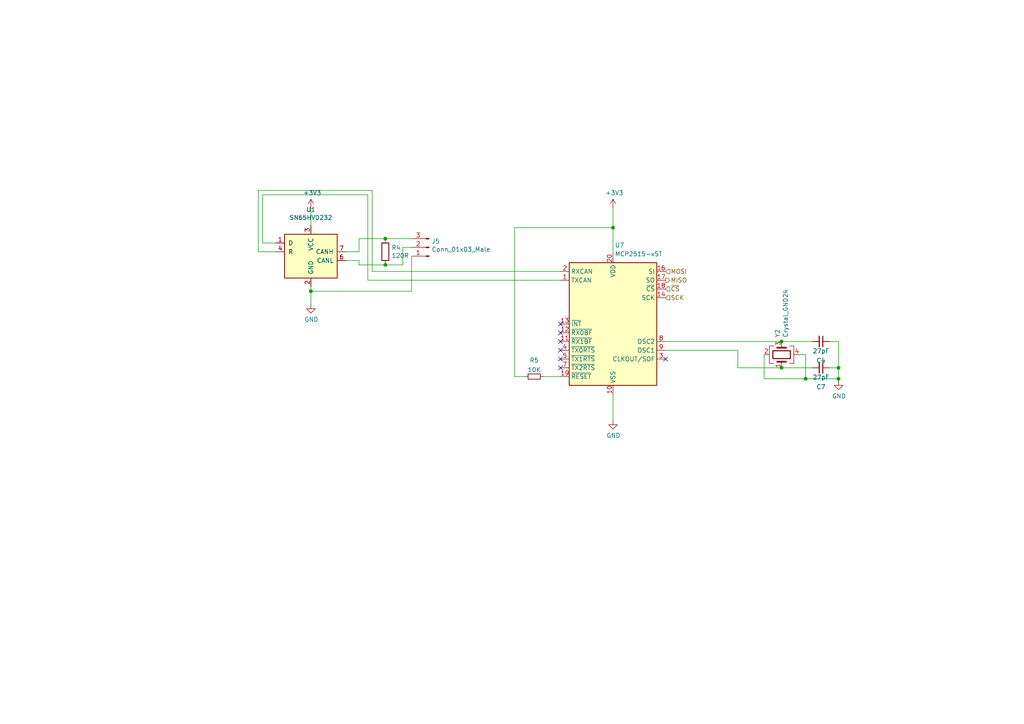
<source format=kicad_sch>
(kicad_sch (version 20211123) (generator eeschema)
  (paper "A4")
  (lib_symbols
    (symbol "Connector:Conn_01x03_Male" (pin_names (offset 1.016) hide)
      (property "Reference" "J" (at 0 5.08 0))
      (property "Value" "Conn_01x03_Male" (at 0 -5.08 0))
      (symbol "Conn_01x03_Male_1_1"
        (polyline (pts (xy 1.27 -2.54) (xy 0.8636 -2.54)) (stroke (width 0.1524)))
        (polyline (pts (xy 1.27 0) (xy 0.8636 0)) (stroke (width 0.1524)))
        (polyline (pts (xy 1.27 2.54) (xy 0.8636 2.54)) (stroke (width 0.1524)))
        (rectangle (start 0.8636 -2.413) (end 0 -2.667) (stroke (width 0.1524)) (fill (type outline)))
        (rectangle (start 0.8636 0.127) (end 0 -0.127) (stroke (width 0.1524)) (fill (type outline)))
        (rectangle (start 0.8636 2.667) (end 0 2.413) (stroke (width 0.1524)) (fill (type outline)))
        (pin passive line (at 5.08 2.54 180) (length 3.81) (name "Pin_1") (number "1"))
        (pin passive line (at 5.08 0 180) (length 3.81) (name "Pin_2") (number "2"))
        (pin passive line (at 5.08 -2.54 180) (length 3.81) (name "Pin_3") (number "3"))
      )
    )
    (symbol "Device:C_Small" (pin_numbers hide) (pin_names (offset 0.254) hide)
      (property "Reference" "C" (at 0.254 1.778 0))
      (property "Value" "C_Small" (at 0.254 -2.032 0))
      (symbol "C_Small_0_1"
        (polyline (pts (xy -1.524 -0.508) (xy 1.524 -0.508)) (stroke (width 0.3302)))
        (polyline (pts (xy -1.524 0.508) (xy 1.524 0.508)) (stroke (width 0.3048)))
      )
      (symbol "C_Small_1_1"
        (pin passive line (at 0 2.54 270) (length 2.032) (name "~") (number "1"))
        (pin passive line (at 0 -2.54 90) (length 2.032) (name "~") (number "2"))
      )
    )
    (symbol "Device:Crystal_GND24" (pin_names (offset 1.016) hide)
      (property "Reference" "Y" (at 3.175 5.08 0))
      (property "Value" "Crystal_GND24" (at 3.175 3.175 0))
      (symbol "Crystal_GND24_0_1"
        (rectangle (start -1.143 2.54) (end 1.143 -2.54) (stroke (width 0.3048)))
        (polyline (pts (xy -2.54 0) (xy -2.032 0)))
        (polyline (pts (xy -2.032 -1.27) (xy -2.032 1.27)) (stroke (width 0.508)))
        (polyline (pts (xy 0 -3.81) (xy 0 -3.556)))
        (polyline (pts (xy 0 3.556) (xy 0 3.81)))
        (polyline (pts (xy 2.032 -1.27) (xy 2.032 1.27)) (stroke (width 0.508)))
        (polyline (pts (xy 2.032 0) (xy 2.54 0)))
        (polyline (pts (xy -2.54 -2.286) (xy -2.54 -3.556) (xy 2.54 -3.556) (xy 2.54 -2.286)))
        (polyline (pts (xy -2.54 2.286) (xy -2.54 3.556) (xy 2.54 3.556) (xy 2.54 2.286)))
      )
      (symbol "Crystal_GND24_1_1"
        (pin passive line (at -3.81 0 0) (length 1.27) (name "1") (number "1"))
        (pin passive line (at 0 5.08 270) (length 1.27) (name "2") (number "2"))
        (pin passive line (at 3.81 0 180) (length 1.27) (name "3") (number "3"))
        (pin passive line (at 0 -5.08 90) (length 1.27) (name "4") (number "4"))
      )
    )
    (symbol "Device:R" (pin_numbers hide) (pin_names (offset 0))
      (property "Reference" "R" (at 2.032 0 90))
      (property "Value" "R" (at 0 0 90))
      (symbol "R_0_1"
        (rectangle (start -1.016 -2.54) (end 1.016 2.54) (stroke (width 0.254)))
      )
      (symbol "R_1_1"
        (pin passive line (at 0 3.81 270) (length 1.27) (name "~") (number "1"))
        (pin passive line (at 0 -3.81 90) (length 1.27) (name "~") (number "2"))
      )
    )
    (symbol "Device:R_Small" (pin_numbers hide) (pin_names (offset 0.254) hide)
      (property "Reference" "R" (at 0.762 0.508 0))
      (property "Value" "R_Small" (at 0.762 -1.016 0))
      (symbol "R_Small_0_1"
        (rectangle (start -0.762 1.778) (end 0.762 -1.778) (stroke (width 0.2032)))
      )
      (symbol "R_Small_1_1"
        (pin passive line (at 0 2.54 270) (length 0.762) (name "~") (number "1"))
        (pin passive line (at 0 -2.54 90) (length 0.762) (name "~") (number "2"))
      )
    )
    (symbol "Interface_CAN_LIN:MCP2515-xST"
      (property "Reference" "U" (at -10.16 19.685 0))
      (property "Value" "MCP2515-xST" (at 19.05 20.32 0))
      (symbol "MCP2515-xST_0_1"
        (rectangle (start -12.7 17.78) (end 12.7 -17.78) (stroke (width 0.254)) (fill (type background)))
      )
      (symbol "MCP2515-xST_1_1"
        (pin output line (at 15.24 12.7 180) (length 2.54) (name "TXCAN") (number "1"))
        (pin power_in line (at 0 -20.32 90) (length 2.54) (name "VSS") (number "10"))
        (pin output line (at 15.24 -5.08 180) (length 2.54) (name "~{RX1BF}") (number "11"))
        (pin output line (at 15.24 -2.54 180) (length 2.54) (name "~{RX0BF}") (number "12"))
        (pin output line (at 15.24 0 180) (length 2.54) (name "~{INT}") (number "13"))
        (pin input line (at -15.24 7.62 0) (length 2.54) (name "SCK") (number "14"))
        (pin no_connect line (at -12.7 -2.54 0) (length 2.54) hide (name "NC") (number "15"))
        (pin input line (at -15.24 15.24 0) (length 2.54) (name "SI") (number "16"))
        (pin output line (at -15.24 12.7 0) (length 2.54) (name "SO") (number "17"))
        (pin input line (at -15.24 10.16 0) (length 2.54) (name "~{CS}") (number "18"))
        (pin input line (at 15.24 -15.24 180) (length 2.54) (name "~{RESET}") (number "19"))
        (pin input line (at 15.24 15.24 180) (length 2.54) (name "RXCAN") (number "2"))
        (pin power_in line (at 0 20.32 270) (length 2.54) (name "VDD") (number "20"))
        (pin output line (at -15.24 -10.16 0) (length 2.54) (name "CLKOUT/SOF") (number "3"))
        (pin input line (at 15.24 -7.62 180) (length 2.54) (name "~{TX0RTS}") (number "4"))
        (pin input line (at 15.24 -10.16 180) (length 2.54) (name "~{TX1RTS}") (number "5"))
        (pin no_connect line (at -12.7 0 0) (length 2.54) hide (name "NC") (number "6"))
        (pin input line (at 15.24 -12.7 180) (length 2.54) (name "~{TX2RTS}") (number "7"))
        (pin output line (at -15.24 -5.08 0) (length 2.54) (name "OSC2") (number "8"))
        (pin input line (at -15.24 -7.62 0) (length 2.54) (name "OSC1") (number "9"))
      )
    )
    (symbol "Interface_CAN_LIN:SN65HVD232" (pin_names (offset 1.016))
      (property "Reference" "U" (at -2.54 10.16 0))
      (property "Value" "SN65HVD232" (at -2.54 7.62 0))
      (symbol "SN65HVD232_0_1"
        (rectangle (start -7.62 5.08) (end 7.62 -7.62) (stroke (width 0.254)) (fill (type background)))
      )
      (symbol "SN65HVD232_1_1"
        (pin input line (at -10.16 2.54 0) (length 2.54) (name "D") (number "1"))
        (pin power_in line (at 0 -10.16 90) (length 2.54) (name "GND") (number "2"))
        (pin power_in line (at 0 7.62 270) (length 2.54) (name "VCC") (number "3"))
        (pin output line (at -10.16 0 0) (length 2.54) (name "R") (number "4"))
        (pin no_connect line (at -10.16 -2.54 0) (length 2.54) hide (name "NC") (number "5"))
        (pin bidirectional line (at 10.16 -2.54 180) (length 2.54) (name "CANL") (number "6"))
        (pin bidirectional line (at 10.16 0 180) (length 2.54) (name "CANH") (number "7"))
        (pin no_connect line (at -10.16 -5.08 0) (length 2.54) hide (name "NC") (number "8"))
      )
    )
    (symbol "power:+3.3V" (power) (pin_names (offset 0))
      (property "Value" "+3.3V" (at 0 3.556 0))
      (symbol "+3.3V_0_1"
        (polyline (pts (xy -0.762 1.27) (xy 0 2.54)))
        (polyline (pts (xy 0 0) (xy 0 2.54)))
        (polyline (pts (xy 0 2.54) (xy 0.762 1.27)))
      )
      (symbol "+3.3V_1_1"
        (pin power_in line (at 0 0 90) (length 0) hide (name "+3V3") (number "1"))
      )
    )
    (symbol "power:GND" (power) (pin_names (offset 0))
      (property "Value" "GND" (at 0 -3.81 0))
      (symbol "GND_0_1"
        (polyline (pts (xy 0 0) (xy 0 -1.27) (xy 1.27 -1.27) (xy 0 -2.54) (xy -1.27 -1.27) (xy 0 -1.27)))
      )
      (symbol "GND_1_1"
        (pin power_in line (at 0 0 270) (length 0) hide (name "GND") (number "1"))
      )
    )
  )
  (junction (at 90.17 84.455))
  (junction (at 111.76 76.835))
  (junction (at 111.76 69.215))
  (junction (at 233.68 109.855))
  (junction (at 226.695 99.06))
  (junction (at 177.8 66.04))
  (junction (at 243.205 106.68))
  (junction (at 243.205 109.855))
  (junction (at 226.695 106.68))
  (no_connect (at 162.56 96.52))
  (no_connect (at 162.56 99.06))
  (no_connect (at 162.56 101.6))
  (no_connect (at 162.56 104.14))
  (no_connect (at 162.56 106.68))
  (no_connect (at 162.56 93.98))
  (no_connect (at 193.04 104.14))
  (wire (pts (xy 106.68 81.28) (xy 162.56 81.28)))
  (wire (pts (xy 90.17 60.325) (xy 90.17 65.405)))
  (wire (pts (xy 100.33 75.565) (xy 104.14 75.565)))
  (wire (pts (xy 104.14 75.565) (xy 104.14 76.835)))
  (wire (pts (xy 243.205 99.06) (xy 240.665 99.06)))
  (wire (pts (xy 119.38 74.295) (xy 119.38 84.455)))
  (wire (pts (xy 90.17 84.455) (xy 90.17 88.265)))
  (wire (pts (xy 74.93 55.245) (xy 107.95 55.245)))
  (wire (pts (xy 111.76 76.835) (xy 116.84 76.835)))
  (wire (pts (xy 213.995 106.68) (xy 226.695 106.68)))
  (wire (pts (xy 233.68 109.855) (xy 243.205 109.855)))
  (wire (pts (xy 104.14 73.025) (xy 104.14 69.215)))
  (wire (pts (xy 119.38 84.455) (xy 90.17 84.455)))
  (wire (pts (xy 76.2 56.515) (xy 76.2 70.485)))
  (wire (pts (xy 104.14 69.215) (xy 111.76 69.215)))
  (wire (pts (xy 149.225 66.04) (xy 177.8 66.04)))
  (wire (pts (xy 74.93 73.025) (xy 74.93 55.245)))
  (wire (pts (xy 226.695 99.06) (xy 235.585 99.06)))
  (wire (pts (xy 243.205 106.68) (xy 243.205 109.855)))
  (wire (pts (xy 243.205 106.68) (xy 243.205 99.06)))
  (wire (pts (xy 106.68 56.515) (xy 76.2 56.515)))
  (wire (pts (xy 116.84 71.755) (xy 116.84 76.835)))
  (wire (pts (xy 80.01 73.025) (xy 74.93 73.025)))
  (wire (pts (xy 221.615 109.855) (xy 233.68 109.855)))
  (wire (pts (xy 240.665 106.68) (xy 243.205 106.68)))
  (wire (pts (xy 100.33 73.025) (xy 104.14 73.025)))
  (wire (pts (xy 104.14 76.835) (xy 111.76 76.835)))
  (wire (pts (xy 107.95 78.74) (xy 162.56 78.74)))
  (wire (pts (xy 177.8 114.3) (xy 177.8 121.92)))
  (wire (pts (xy 119.38 71.755) (xy 116.84 71.755)))
  (wire (pts (xy 193.04 99.06) (xy 226.695 99.06)))
  (wire (pts (xy 111.76 69.215) (xy 119.38 69.215)))
  (wire (pts (xy 106.68 56.515) (xy 106.68 81.28)))
  (wire (pts (xy 157.48 109.22) (xy 162.56 109.22)))
  (wire (pts (xy 149.225 109.22) (xy 149.225 66.04)))
  (wire (pts (xy 177.8 66.04) (xy 177.8 73.66)))
  (wire (pts (xy 233.68 102.87) (xy 233.68 109.855)))
  (wire (pts (xy 226.695 106.68) (xy 235.585 106.68)))
  (wire (pts (xy 76.2 70.485) (xy 80.01 70.485)))
  (wire (pts (xy 177.8 60.325) (xy 177.8 66.04)))
  (wire (pts (xy 193.04 101.6) (xy 213.995 101.6)))
  (wire (pts (xy 231.775 102.87) (xy 233.68 102.87)))
  (wire (pts (xy 213.995 101.6) (xy 213.995 106.68)))
  (wire (pts (xy 221.615 102.87) (xy 221.615 109.855)))
  (wire (pts (xy 243.205 109.855) (xy 243.205 110.49)))
  (wire (pts (xy 90.17 83.185) (xy 90.17 84.455)))
  (wire (pts (xy 107.95 55.245) (xy 107.95 78.74)))
  (wire (pts (xy 152.4 109.22) (xy 149.225 109.22)))
  (hierarchical_label "MISO" (shape output) (at 193.04 81.28 0))
  (hierarchical_label "MOSI" (shape input) (at 193.04 78.74 0))
  (hierarchical_label "~{CS}" (shape input) (at 193.04 83.82 0))
  (hierarchical_label "SCK" (shape input) (at 193.04 86.36 0))
  (symbol (lib_id "power:GND") (at 243.205 110.49 0) (unit 1)
    (property "Reference" "#PWR0107" (effects hide))
    (property "Value" "GND" (at 243.332 114.8842 0))
  )
  (symbol (lib_id "Device:Crystal_GND24") (at 226.695 102.87 90) (unit 1)
    (property "Reference" "Y2" (at 225.5266 97.9424 0) (effects (justify left)))
    (property "Value" "Crystal_GND24" (at 227.838 97.9424 0) (effects (justify left)))
    (property "Footprint" "Crystal:Crystal_SMD_3225-4Pin_3.2x2.5mm" (effects hide))
    (property "Digikey" "50-ECS-80-12-33-JGN-CT-ND" (effects hide))
    (property "Part Number" "ECS-80-12-33-JGN-TR" (effects hide))
    (property "Stock_PN" "Y-4-SMD-8MhHz" (effects hide))
  )
  (symbol (lib_id "Device:R") (at 111.76 73.025 0) (unit 1)
    (property "Reference" "R4" (at 113.538 71.8566 0) (effects (justify left)))
    (property "Value" "120R" (at 113.538 74.168 0) (effects (justify left)))
    (property "Footprint" "Resistor_SMD:R_0603_1608Metric" (effects hide))
    (property "Digikey" "RMCF0603FT120R" (effects hide))
    (property "Part Number" "RMCF0603FT120RCT-ND" (effects hide))
    (property "Stock_PN" "R-603-120-.1W-1%" (effects hide))
  )
  (symbol (lib_id "Device:R_Small") (at 154.94 109.22 90) (unit 1)
    (property "Reference" "R5" (at 154.94 104.5169 90))
    (property "Value" "10K" (at 154.94 107.292 90))
    (property "Footprint" "Resistor_SMD:R_0603_1608Metric" (effects hide))
    (property "Digikey" "RC0603FR-0710KL" (effects hide))
    (property "Part Number" "311-10.0KHRCT-ND" (effects hide))
    (property "Stock_PN" "R-603-10K-.1W-1%" (effects hide))
  )
  (symbol (lib_id "power:GND") (at 177.8 121.92 0) (unit 1)
    (property "Reference" "#PWR0108" (effects hide))
    (property "Value" "GND" (at 177.927 126.3142 0))
  )
  (symbol (lib_id "Device:C_Small") (at 238.125 99.06 270) (unit 1)
    (property "Reference" "C4" (at 238.1187 104.5886 90))
    (property "Value" "27pF" (at 238.1187 101.8135 90))
    (property "Footprint" "Capacitor_SMD:C_0603_1608Metric" (effects hide))
  )
  (symbol (lib_id "Connector:Conn_01x03_Male") (at 124.46 71.755 180) (unit 1)
    (property "Reference" "J5" (at 125.1712 70.0278 0) (effects (justify right)))
    (property "Value" "Conn_01x03_Male" (at 125.1712 72.3392 0) (effects (justify right)))
    (property "Footprint" "Connector_PinHeader_2.54mm:PinHeader_1x03_P2.54mm_Vertical" (effects hide))
  )
  (symbol (lib_id "Interface_CAN_LIN:MCP2515-xST") (at 177.8 93.98 0) (mirror y) (unit 1)
    (property "Reference" "U7" (at 178.3206 71.12 0) (effects (justify right)))
    (property "Value" "MCP2515-xST" (at 178.3206 73.66 0) (effects (justify right)))
    (property "Footprint" "Package_SO:TSSOP-20_4.4x6.5mm_P0.65mm" (effects hide))
    (property "Datasheet" "http://ww1.microchip.com/downloads/en/DeviceDoc/21801e.pdf" (effects hide))
  )
  (symbol (lib_id "Interface_CAN_LIN:SN65HVD232") (at 90.17 73.025 0) (unit 1)
    (property "Reference" "U1" (at 90.17 60.8076 0))
    (property "Value" "SN65HVD232" (at 90.17 63.119 0))
    (property "Footprint" "Package_SO:SOIC-8_3.9x4.9mm_P1.27mm" (effects hide))
    (property "Datasheet" "http://www.ti.com/lit/ds/symlink/sn65hvd230.pdf" (effects hide))
    (property "Part Number" "SN65HVD232" (effects hide))
    (property "Digikey" "296-12282-5-ND" (effects hide))
    (property "LCSC" "C30530" (effects hide))
    (property "Stock_PN" "U-SN65HVD232" (effects hide))
  )
  (symbol (lib_id "power:+3.3V") (at 177.8 60.325 0) (unit 1)
    (property "Reference" "#PWR0109" (effects hide))
    (property "Value" "+3.3V" (at 178.181 55.9308 0))
  )
  (symbol (lib_id "Device:C_Small") (at 238.125 106.68 270) (unit 1)
    (property "Reference" "C7" (at 238.1187 112.2086 90))
    (property "Value" "27pF" (at 238.1187 109.4335 90))
    (property "Footprint" "Capacitor_SMD:C_0603_1608Metric" (effects hide))
  )
  (symbol (lib_id "power:+3.3V") (at 90.17 60.325 0) (unit 1)
    (property "Reference" "#PWR0111" (effects hide))
    (property "Value" "+3.3V" (at 90.551 55.9308 0))
  )
  (symbol (lib_id "power:GND") (at 90.17 88.265 0) (unit 1)
    (property "Reference" "#PWR0110" (effects hide))
    (property "Value" "GND" (at 90.297 92.6592 0))
  )
)
</source>
